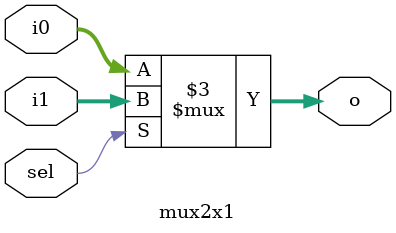
<source format=v>
module mux2x1 (
    output reg [7:0] o,  // Saída de 8 bits
    input [7:0] i0,      // Entrada 0
    input [7:0] i1,      // Entrada 1
    input sel            // Seleção (1 bit)
);
    
    always @(*) begin
        if (sel)
            o = i1;  // Seleciona a entrada 1
        else
            o = i0;  // Seleciona a entrada 0
    end

endmodule // mux2x1

</source>
